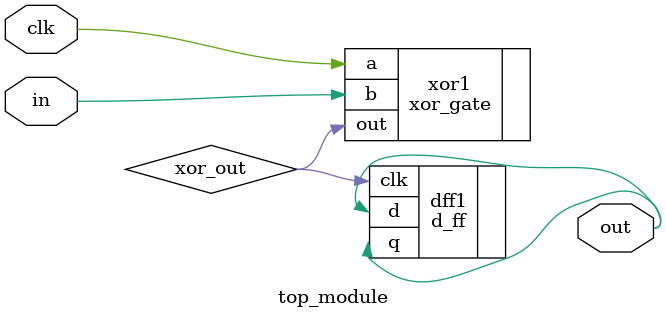
<source format=sv>
module top_module (
	input clk,
	input in,
	output logic out
);

  logic xor_out;
  logic d_ff_out;

  xor_gate xor1 (.a(clk), .b(in), .out(xor_out));
  d_ff dff1 (.clk(xor_out), .d(out), .q(out));

endmodule

</source>
